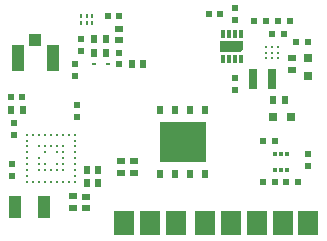
<source format=gbp>
G04*
G04 #@! TF.GenerationSoftware,Altium Limited,Altium Designer,19.1.5 (86)*
G04*
G04 Layer_Color=128*
%FSAX25Y25*%
%MOIN*%
G70*
G01*
G75*
%ADD19R,0.07087X0.07874*%
%ADD20R,0.01968X0.02953*%
%ADD21R,0.15748X0.13386*%
%ADD22R,0.02362X0.01968*%
%ADD24R,0.00787X0.01181*%
%ADD25R,0.02244X0.02441*%
%ADD26R,0.02520X0.02362*%
%ADD27R,0.02362X0.02520*%
%ADD28R,0.01417X0.00984*%
%ADD29R,0.02441X0.02244*%
%ADD30R,0.01968X0.02362*%
%ADD31R,0.01968X0.01968*%
%ADD32R,0.01181X0.02756*%
%ADD33C,0.00984*%
%ADD34R,0.03150X0.03150*%
%ADD35R,0.02756X0.06693*%
%ADD36R,0.03150X0.03150*%
%ADD37R,0.01181X0.01772*%
%ADD38C,0.01181*%
%ADD39R,0.04331X0.07480*%
%ADD40R,0.03937X0.03937*%
%ADD41R,0.04134X0.08661*%
G36*
X0189870Y0181815D02*
X0189871Y0179350D01*
X0188885Y0178366D01*
X0182193Y0178366D01*
X0182193Y0181810D01*
X0182193Y0182106D01*
X0189869Y0182107D01*
X0189870Y0181815D01*
D02*
G37*
D19*
X0211543Y0121221D02*
D03*
X0202882D02*
D03*
X0194220D02*
D03*
X0185559D02*
D03*
X0176898D02*
D03*
X0167449D02*
D03*
X0158787D02*
D03*
X0150126D02*
D03*
D20*
X0162139Y0158873D02*
D03*
X0167139D02*
D03*
X0172139D02*
D03*
X0177139D02*
D03*
Y0137613D02*
D03*
X0172139D02*
D03*
X0167139D02*
D03*
X0162139D02*
D03*
D21*
X0169639Y0148243D02*
D03*
D22*
X0113236Y0150630D02*
D03*
Y0154567D02*
D03*
X0135874Y0178661D02*
D03*
Y0182598D02*
D03*
X0187016Y0188976D02*
D03*
Y0192913D02*
D03*
Y0169803D02*
D03*
Y0165866D02*
D03*
X0211268Y0140512D02*
D03*
Y0144449D02*
D03*
X0134417Y0156653D02*
D03*
Y0160591D02*
D03*
X0133866Y0170472D02*
D03*
Y0174409D02*
D03*
X0112724Y0137106D02*
D03*
Y0141043D02*
D03*
D24*
X0135598Y0190354D02*
D03*
X0137567D02*
D03*
X0139535D02*
D03*
Y0187992D02*
D03*
X0137567D02*
D03*
X0135598D02*
D03*
D25*
X0148354Y0190315D02*
D03*
X0144653D02*
D03*
X0116150Y0163425D02*
D03*
X0112449D02*
D03*
D26*
X0148354Y0182205D02*
D03*
Y0185984D02*
D03*
X0206071Y0176221D02*
D03*
Y0172441D02*
D03*
X0153512Y0141969D02*
D03*
Y0138189D02*
D03*
X0149024Y0141929D02*
D03*
Y0138150D02*
D03*
X0137528Y0126378D02*
D03*
Y0130157D02*
D03*
X0133000Y0126457D02*
D03*
Y0130236D02*
D03*
D27*
X0140165Y0182598D02*
D03*
X0143945D02*
D03*
X0143945Y0178071D02*
D03*
X0140165D02*
D03*
X0152764Y0174370D02*
D03*
X0156543D02*
D03*
X0199772Y0162284D02*
D03*
X0203551D02*
D03*
X0116268Y0159016D02*
D03*
X0112488D02*
D03*
X0141543Y0139016D02*
D03*
X0137764D02*
D03*
X0141504Y0134567D02*
D03*
X0137724D02*
D03*
D28*
X0144811Y0174370D02*
D03*
X0140087D02*
D03*
D29*
X0148354D02*
D03*
Y0178071D02*
D03*
D30*
X0182173Y0190984D02*
D03*
X0178236D02*
D03*
X0197370Y0188858D02*
D03*
X0193433D02*
D03*
X0205244D02*
D03*
X0201307D02*
D03*
X0203394Y0184488D02*
D03*
X0199457D02*
D03*
X0207331Y0181732D02*
D03*
X0211268D02*
D03*
X0200323Y0148583D02*
D03*
X0196386D02*
D03*
X0204181Y0134921D02*
D03*
X0208118D02*
D03*
X0196307D02*
D03*
X0200244D02*
D03*
D31*
X0186031Y0180236D02*
D03*
D32*
X0188984Y0184370D02*
D03*
X0187016D02*
D03*
X0185047D02*
D03*
X0183079D02*
D03*
Y0176102D02*
D03*
X0185047D02*
D03*
X0187016D02*
D03*
X0188984D02*
D03*
D33*
X0199378Y0178189D02*
D03*
X0201346D02*
D03*
X0197409D02*
D03*
X0199378Y0176221D02*
D03*
X0197409D02*
D03*
X0201346D02*
D03*
Y0180157D02*
D03*
X0199378D02*
D03*
X0197409D02*
D03*
D34*
X0211504Y0170315D02*
D03*
Y0176221D02*
D03*
D35*
X0193118Y0169213D02*
D03*
X0199417D02*
D03*
D36*
X0205598Y0156811D02*
D03*
X0199693D02*
D03*
D37*
X0200362Y0139154D02*
D03*
X0202331D02*
D03*
X0204299D02*
D03*
X0200362Y0144468D02*
D03*
X0202331D02*
D03*
X0204299D02*
D03*
D38*
X0133551Y0135079D02*
D03*
Y0137047D02*
D03*
Y0139016D02*
D03*
Y0140984D02*
D03*
Y0142953D02*
D03*
Y0144921D02*
D03*
Y0146890D02*
D03*
Y0148858D02*
D03*
Y0150827D02*
D03*
X0117803Y0135079D02*
D03*
X0119772D02*
D03*
X0121740D02*
D03*
X0123709D02*
D03*
X0125677D02*
D03*
X0127646D02*
D03*
X0129614D02*
D03*
X0131583D02*
D03*
X0117803Y0137047D02*
D03*
Y0139016D02*
D03*
X0121740D02*
D03*
X0123709D02*
D03*
X0125677D02*
D03*
X0127646D02*
D03*
X0129614D02*
D03*
X0117803Y0140984D02*
D03*
X0121740D02*
D03*
X0123709D02*
D03*
X0127646D02*
D03*
X0129614D02*
D03*
X0117803Y0142953D02*
D03*
X0121740D02*
D03*
X0129614D02*
D03*
X0117803Y0144921D02*
D03*
X0123709D02*
D03*
X0127646D02*
D03*
X0129614D02*
D03*
X0117803Y0146890D02*
D03*
X0121740D02*
D03*
X0123709D02*
D03*
X0125677D02*
D03*
X0127646D02*
D03*
X0129614D02*
D03*
X0117803Y0148858D02*
D03*
Y0150827D02*
D03*
X0119772D02*
D03*
X0121740D02*
D03*
X0123709D02*
D03*
X0125677D02*
D03*
X0127646D02*
D03*
X0129614D02*
D03*
X0131583D02*
D03*
D39*
X0123512Y0126850D02*
D03*
X0113669D02*
D03*
D40*
X0120441Y0182315D02*
D03*
D41*
X0126248Y0176409D02*
D03*
X0114634D02*
D03*
M02*

</source>
